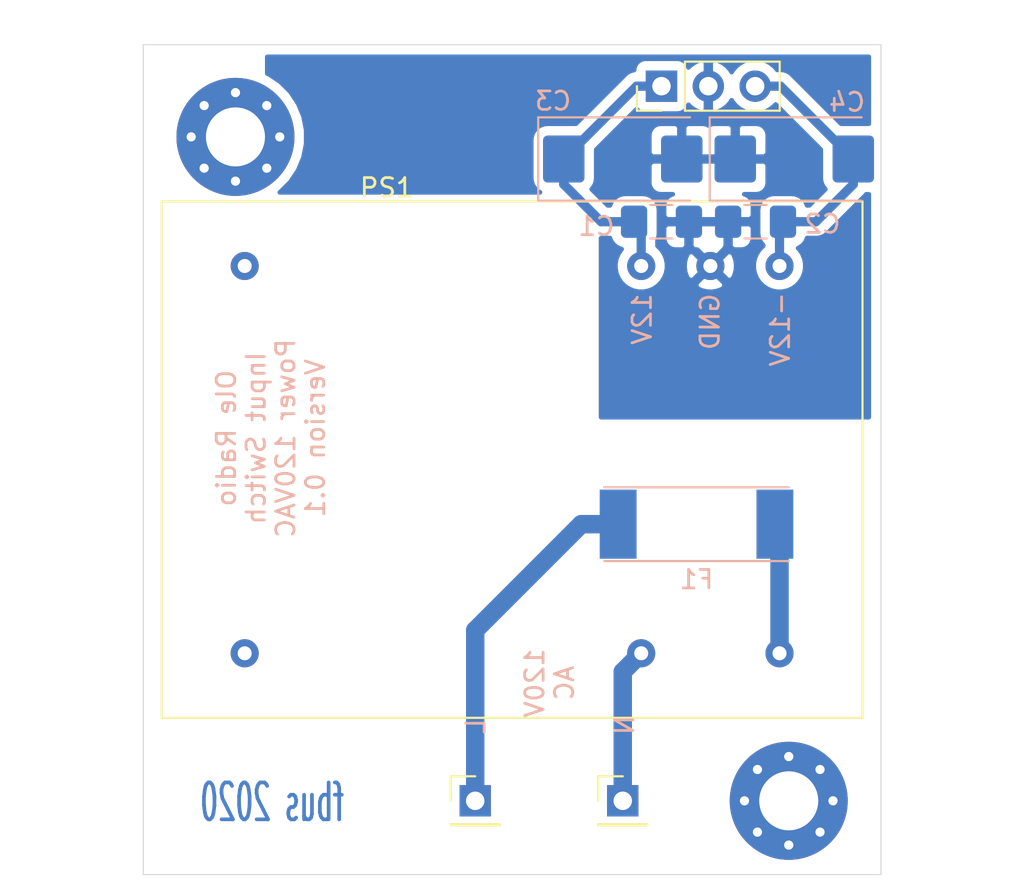
<source format=kicad_pcb>
(kicad_pcb (version 20171130) (host pcbnew "(5.1.4)-1")

  (general
    (thickness 1.6)
    (drawings 12)
    (tracks 23)
    (zones 0)
    (modules 11)
    (nets 7)
  )

  (page USLetter)
  (title_block
    (title "Power Board - 12V Filaments - End Ground")
    (date 2019-10-13)
    (rev 0.2)
    (company Fbus)
  )

  (layers
    (0 F.Cu signal)
    (31 B.Cu signal)
    (32 B.Adhes user)
    (33 F.Adhes user)
    (34 B.Paste user)
    (35 F.Paste user)
    (36 B.SilkS user)
    (37 F.SilkS user)
    (38 B.Mask user)
    (39 F.Mask user)
    (40 Dwgs.User user)
    (41 Cmts.User user)
    (42 Eco1.User user)
    (43 Eco2.User user)
    (44 Edge.Cuts user)
    (45 Margin user)
    (46 B.CrtYd user)
    (47 F.CrtYd user)
    (48 B.Fab user)
    (49 F.Fab user)
  )

  (setup
    (last_trace_width 0.5)
    (user_trace_width 1)
    (trace_clearance 0.2)
    (zone_clearance 0.508)
    (zone_45_only no)
    (trace_min 0.2)
    (via_size 0.8)
    (via_drill 0.4)
    (via_min_size 0.4)
    (via_min_drill 0.3)
    (uvia_size 0.3)
    (uvia_drill 0.1)
    (uvias_allowed no)
    (uvia_min_size 0.2)
    (uvia_min_drill 0.1)
    (edge_width 0.05)
    (segment_width 0.2)
    (pcb_text_width 0.3)
    (pcb_text_size 1.5 1.5)
    (mod_edge_width 0.12)
    (mod_text_size 1 1)
    (mod_text_width 0.15)
    (pad_size 2 3.75)
    (pad_drill 0)
    (pad_to_mask_clearance 0.051)
    (solder_mask_min_width 0.25)
    (aux_axis_origin 0 0)
    (visible_elements 7FFFFFFF)
    (pcbplotparams
      (layerselection 0x010fc_ffffffff)
      (usegerberextensions false)
      (usegerberattributes false)
      (usegerberadvancedattributes false)
      (creategerberjobfile false)
      (excludeedgelayer true)
      (linewidth 0.100000)
      (plotframeref false)
      (viasonmask false)
      (mode 1)
      (useauxorigin false)
      (hpglpennumber 1)
      (hpglpenspeed 20)
      (hpglpendiameter 15.000000)
      (psnegative false)
      (psa4output false)
      (plotreference true)
      (plotvalue true)
      (plotinvisibletext false)
      (padsonsilk false)
      (subtractmaskfromsilk false)
      (outputformat 1)
      (mirror false)
      (drillshape 0)
      (scaleselection 1)
      (outputdirectory "gerbers/"))
  )

  (net 0 "")
  (net 1 GND)
  (net 2 "Net-(C1-Pad1)")
  (net 3 "Net-(C2-Pad2)")
  (net 4 "Net-(J2-Pad1)")
  (net 5 "Net-(F1-Pad1)")
  (net 6 "Net-(F1-Pad2)")

  (net_class Default "This is the default net class."
    (clearance 0.2)
    (trace_width 0.5)
    (via_dia 0.8)
    (via_drill 0.4)
    (uvia_dia 0.3)
    (uvia_drill 0.1)
    (add_net GND)
    (add_net "Net-(C1-Pad1)")
    (add_net "Net-(C2-Pad2)")
  )

  (net_class POWAH ""
    (clearance 3.2)
    (trace_width 1)
    (via_dia 0.8)
    (via_drill 0.4)
    (uvia_dia 0.3)
    (uvia_drill 0.1)
    (add_net "Net-(F1-Pad1)")
    (add_net "Net-(F1-Pad2)")
    (add_net "Net-(J2-Pad1)")
  )

  (module MountingHole:MountingHole_3.2mm_M3_Pad_Via (layer F.Cu) (tedit 56DDBCCA) (tstamp 5F97ACAB)
    (at 100 45)
    (descr "Mounting Hole 3.2mm, M3")
    (tags "mounting hole 3.2mm m3")
    (attr virtual)
    (fp_text reference REF** (at 0 -4.2) (layer F.SilkS) hide
      (effects (font (size 1 1) (thickness 0.15)))
    )
    (fp_text value MountingHole_3.2mm_M3_Pad_Via (at 0 4.2) (layer F.Fab)
      (effects (font (size 1 1) (thickness 0.15)))
    )
    (fp_text user %R (at 0.3 0) (layer F.Fab)
      (effects (font (size 1 1) (thickness 0.15)))
    )
    (fp_circle (center 0 0) (end 3.2 0) (layer Cmts.User) (width 0.15))
    (fp_circle (center 0 0) (end 3.45 0) (layer F.CrtYd) (width 0.05))
    (pad 1 thru_hole circle (at 0 0) (size 6.4 6.4) (drill 3.2) (layers *.Cu *.Mask))
    (pad 1 thru_hole circle (at 2.4 0) (size 0.8 0.8) (drill 0.5) (layers *.Cu *.Mask))
    (pad 1 thru_hole circle (at 1.697056 1.697056) (size 0.8 0.8) (drill 0.5) (layers *.Cu *.Mask))
    (pad 1 thru_hole circle (at 0 2.4) (size 0.8 0.8) (drill 0.5) (layers *.Cu *.Mask))
    (pad 1 thru_hole circle (at -1.697056 1.697056) (size 0.8 0.8) (drill 0.5) (layers *.Cu *.Mask))
    (pad 1 thru_hole circle (at -2.4 0) (size 0.8 0.8) (drill 0.5) (layers *.Cu *.Mask))
    (pad 1 thru_hole circle (at -1.697056 -1.697056) (size 0.8 0.8) (drill 0.5) (layers *.Cu *.Mask))
    (pad 1 thru_hole circle (at 0 -2.4) (size 0.8 0.8) (drill 0.5) (layers *.Cu *.Mask))
    (pad 1 thru_hole circle (at 1.697056 -1.697056) (size 0.8 0.8) (drill 0.5) (layers *.Cu *.Mask))
  )

  (module MountingHole:MountingHole_3.2mm_M3_Pad_Via (layer F.Cu) (tedit 56DDBCCA) (tstamp 5F97B8CC)
    (at 130 81)
    (descr "Mounting Hole 3.2mm, M3")
    (tags "mounting hole 3.2mm m3")
    (attr virtual)
    (fp_text reference REF** (at 0 -4.2) (layer F.SilkS) hide
      (effects (font (size 1 1) (thickness 0.15)))
    )
    (fp_text value MountingHole_3.2mm_M3_Pad_Via (at 0 4.2) (layer F.Fab)
      (effects (font (size 1 1) (thickness 0.15)))
    )
    (fp_circle (center 0 0) (end 3.45 0) (layer F.CrtYd) (width 0.05))
    (fp_circle (center 0 0) (end 3.2 0) (layer Cmts.User) (width 0.15))
    (fp_text user %R (at 0.3 0) (layer F.Fab)
      (effects (font (size 1 1) (thickness 0.15)))
    )
    (pad 1 thru_hole circle (at 1.697056 -1.697056) (size 0.8 0.8) (drill 0.5) (layers *.Cu *.Mask))
    (pad 1 thru_hole circle (at 0 -2.4) (size 0.8 0.8) (drill 0.5) (layers *.Cu *.Mask))
    (pad 1 thru_hole circle (at -1.697056 -1.697056) (size 0.8 0.8) (drill 0.5) (layers *.Cu *.Mask))
    (pad 1 thru_hole circle (at -2.4 0) (size 0.8 0.8) (drill 0.5) (layers *.Cu *.Mask))
    (pad 1 thru_hole circle (at -1.697056 1.697056) (size 0.8 0.8) (drill 0.5) (layers *.Cu *.Mask))
    (pad 1 thru_hole circle (at 0 2.4) (size 0.8 0.8) (drill 0.5) (layers *.Cu *.Mask))
    (pad 1 thru_hole circle (at 1.697056 1.697056) (size 0.8 0.8) (drill 0.5) (layers *.Cu *.Mask))
    (pad 1 thru_hole circle (at 2.4 0) (size 0.8 0.8) (drill 0.5) (layers *.Cu *.Mask))
    (pad 1 thru_hole circle (at 0 0) (size 6.4 6.4) (drill 3.2) (layers *.Cu *.Mask))
  )

  (module Connector_PinHeader_2.54mm:PinHeader_1x01_P2.54mm_Vertical (layer F.Cu) (tedit 59FED5CC) (tstamp 5D94DC93)
    (at 113 81)
    (descr "Through hole straight pin header, 1x01, 2.54mm pitch, single row")
    (tags "Through hole pin header THT 1x01 2.54mm single row")
    (path /5D840D54)
    (fp_text reference J1 (at 0 -2.33) (layer F.SilkS) hide
      (effects (font (size 1 1) (thickness 0.15)))
    )
    (fp_text value Conn_01x01 (at 0 2.33) (layer F.Fab) hide
      (effects (font (size 1 1) (thickness 0.15)))
    )
    (fp_line (start -0.635 -1.27) (end 1.27 -1.27) (layer F.Fab) (width 0.1))
    (fp_line (start 1.27 -1.27) (end 1.27 1.27) (layer F.Fab) (width 0.1))
    (fp_line (start 1.27 1.27) (end -1.27 1.27) (layer F.Fab) (width 0.1))
    (fp_line (start -1.27 1.27) (end -1.27 -0.635) (layer F.Fab) (width 0.1))
    (fp_line (start -1.27 -0.635) (end -0.635 -1.27) (layer F.Fab) (width 0.1))
    (fp_line (start -1.33 1.33) (end 1.33 1.33) (layer F.SilkS) (width 0.12))
    (fp_line (start -1.33 1.27) (end -1.33 1.33) (layer F.SilkS) (width 0.12))
    (fp_line (start 1.33 1.27) (end 1.33 1.33) (layer F.SilkS) (width 0.12))
    (fp_line (start -1.33 1.27) (end 1.33 1.27) (layer F.SilkS) (width 0.12))
    (fp_line (start -1.33 0) (end -1.33 -1.33) (layer F.SilkS) (width 0.12))
    (fp_line (start -1.33 -1.33) (end 0 -1.33) (layer F.SilkS) (width 0.12))
    (fp_line (start -1.8 -1.8) (end -1.8 1.8) (layer F.CrtYd) (width 0.05))
    (fp_line (start -1.8 1.8) (end 1.8 1.8) (layer F.CrtYd) (width 0.05))
    (fp_line (start 1.8 1.8) (end 1.8 -1.8) (layer F.CrtYd) (width 0.05))
    (fp_line (start 1.8 -1.8) (end -1.8 -1.8) (layer F.CrtYd) (width 0.05))
    (fp_text user %R (at 0 0 90) (layer F.Fab) hide
      (effects (font (size 1 1) (thickness 0.15)))
    )
    (pad 1 thru_hole rect (at 0 0) (size 1.7 1.7) (drill 1) (layers *.Cu *.Mask)
      (net 6 "Net-(F1-Pad2)"))
    (model ${KISYS3DMOD}/Connector_PinHeader_2.54mm.3dshapes/PinHeader_1x01_P2.54mm_Vertical.wrl
      (at (xyz 0 0 0))
      (scale (xyz 1 1 1))
      (rotate (xyz 0 0 0))
    )
  )

  (module Connector_PinHeader_2.54mm:PinHeader_1x01_P2.54mm_Vertical (layer F.Cu) (tedit 59FED5CC) (tstamp 5D94C9BA)
    (at 121 81)
    (descr "Through hole straight pin header, 1x01, 2.54mm pitch, single row")
    (tags "Through hole pin header THT 1x01 2.54mm single row")
    (path /5D841490)
    (fp_text reference J2 (at 0 -2.33) (layer F.SilkS) hide
      (effects (font (size 1 1) (thickness 0.15)))
    )
    (fp_text value Conn_01x01 (at 0 2.33) (layer F.Fab) hide
      (effects (font (size 1 1) (thickness 0.15)))
    )
    (fp_text user %R (at 0 0 90) (layer F.Fab) hide
      (effects (font (size 1 1) (thickness 0.15)))
    )
    (fp_line (start 1.8 -1.8) (end -1.8 -1.8) (layer F.CrtYd) (width 0.05))
    (fp_line (start 1.8 1.8) (end 1.8 -1.8) (layer F.CrtYd) (width 0.05))
    (fp_line (start -1.8 1.8) (end 1.8 1.8) (layer F.CrtYd) (width 0.05))
    (fp_line (start -1.8 -1.8) (end -1.8 1.8) (layer F.CrtYd) (width 0.05))
    (fp_line (start -1.33 -1.33) (end 0 -1.33) (layer F.SilkS) (width 0.12))
    (fp_line (start -1.33 0) (end -1.33 -1.33) (layer F.SilkS) (width 0.12))
    (fp_line (start -1.33 1.27) (end 1.33 1.27) (layer F.SilkS) (width 0.12))
    (fp_line (start 1.33 1.27) (end 1.33 1.33) (layer F.SilkS) (width 0.12))
    (fp_line (start -1.33 1.27) (end -1.33 1.33) (layer F.SilkS) (width 0.12))
    (fp_line (start -1.33 1.33) (end 1.33 1.33) (layer F.SilkS) (width 0.12))
    (fp_line (start -1.27 -0.635) (end -0.635 -1.27) (layer F.Fab) (width 0.1))
    (fp_line (start -1.27 1.27) (end -1.27 -0.635) (layer F.Fab) (width 0.1))
    (fp_line (start 1.27 1.27) (end -1.27 1.27) (layer F.Fab) (width 0.1))
    (fp_line (start 1.27 -1.27) (end 1.27 1.27) (layer F.Fab) (width 0.1))
    (fp_line (start -0.635 -1.27) (end 1.27 -1.27) (layer F.Fab) (width 0.1))
    (pad 1 thru_hole rect (at 0 0) (size 1.7 1.7) (drill 1) (layers *.Cu *.Mask)
      (net 4 "Net-(J2-Pad1)"))
    (model ${KISYS3DMOD}/Connector_PinHeader_2.54mm.3dshapes/PinHeader_1x01_P2.54mm_Vertical.wrl
      (at (xyz 0 0 0))
      (scale (xyz 1 1 1))
      (rotate (xyz 0 0 0))
    )
  )

  (module Capacitor_SMD:C_1206_3216Metric_Pad1.42x1.75mm_HandSolder (layer B.Cu) (tedit 5B301BBE) (tstamp 5F979F79)
    (at 123.1 49.6)
    (descr "Capacitor SMD 1206 (3216 Metric), square (rectangular) end terminal, IPC_7351 nominal with elongated pad for handsoldering. (Body size source: http://www.tortai-tech.com/upload/download/2011102023233369053.pdf), generated with kicad-footprint-generator")
    (tags "capacitor handsolder")
    (path /5F979EDF)
    (attr smd)
    (fp_text reference C1 (at -3.5295 0.2475) (layer B.SilkS)
      (effects (font (size 1 1) (thickness 0.15)) (justify mirror))
    )
    (fp_text value "0.1 uF 25 V" (at 0 -1.82) (layer B.Fab)
      (effects (font (size 1 1) (thickness 0.15)) (justify mirror))
    )
    (fp_line (start -1.6 -0.8) (end -1.6 0.8) (layer B.Fab) (width 0.1))
    (fp_line (start -1.6 0.8) (end 1.6 0.8) (layer B.Fab) (width 0.1))
    (fp_line (start 1.6 0.8) (end 1.6 -0.8) (layer B.Fab) (width 0.1))
    (fp_line (start 1.6 -0.8) (end -1.6 -0.8) (layer B.Fab) (width 0.1))
    (fp_line (start -0.602064 0.91) (end 0.602064 0.91) (layer B.SilkS) (width 0.12))
    (fp_line (start -0.602064 -0.91) (end 0.602064 -0.91) (layer B.SilkS) (width 0.12))
    (fp_line (start -2.45 -1.12) (end -2.45 1.12) (layer B.CrtYd) (width 0.05))
    (fp_line (start -2.45 1.12) (end 2.45 1.12) (layer B.CrtYd) (width 0.05))
    (fp_line (start 2.45 1.12) (end 2.45 -1.12) (layer B.CrtYd) (width 0.05))
    (fp_line (start 2.45 -1.12) (end -2.45 -1.12) (layer B.CrtYd) (width 0.05))
    (fp_text user %R (at 0 0) (layer B.Fab)
      (effects (font (size 0.8 0.8) (thickness 0.12)) (justify mirror))
    )
    (pad 1 smd roundrect (at -1.4875 0) (size 1.425 1.75) (layers B.Cu B.Paste B.Mask) (roundrect_rratio 0.175439)
      (net 2 "Net-(C1-Pad1)"))
    (pad 2 smd roundrect (at 1.4875 0) (size 1.425 1.75) (layers B.Cu B.Paste B.Mask) (roundrect_rratio 0.175439)
      (net 1 GND))
    (model ${KISYS3DMOD}/Capacitor_SMD.3dshapes/C_1206_3216Metric.wrl
      (at (xyz 0 0 0))
      (scale (xyz 1 1 1))
      (rotate (xyz 0 0 0))
    )
  )

  (module Capacitor_SMD:C_1206_3216Metric_Pad1.42x1.75mm_HandSolder (layer B.Cu) (tedit 5B301BBE) (tstamp 5F979F8A)
    (at 128.2 49.6)
    (descr "Capacitor SMD 1206 (3216 Metric), square (rectangular) end terminal, IPC_7351 nominal with elongated pad for handsoldering. (Body size source: http://www.tortai-tech.com/upload/download/2011102023233369053.pdf), generated with kicad-footprint-generator")
    (tags "capacitor handsolder")
    (path /5F97BC4F)
    (attr smd)
    (fp_text reference C2 (at 3.626 0.1205) (layer B.SilkS)
      (effects (font (size 1 1) (thickness 0.15)) (justify mirror))
    )
    (fp_text value "0.1 uF 25 V" (at 0 -1.82) (layer B.Fab)
      (effects (font (size 1 1) (thickness 0.15)) (justify mirror))
    )
    (fp_text user %R (at 0 0) (layer B.Fab)
      (effects (font (size 0.8 0.8) (thickness 0.12)) (justify mirror))
    )
    (fp_line (start 2.45 -1.12) (end -2.45 -1.12) (layer B.CrtYd) (width 0.05))
    (fp_line (start 2.45 1.12) (end 2.45 -1.12) (layer B.CrtYd) (width 0.05))
    (fp_line (start -2.45 1.12) (end 2.45 1.12) (layer B.CrtYd) (width 0.05))
    (fp_line (start -2.45 -1.12) (end -2.45 1.12) (layer B.CrtYd) (width 0.05))
    (fp_line (start -0.602064 -0.91) (end 0.602064 -0.91) (layer B.SilkS) (width 0.12))
    (fp_line (start -0.602064 0.91) (end 0.602064 0.91) (layer B.SilkS) (width 0.12))
    (fp_line (start 1.6 -0.8) (end -1.6 -0.8) (layer B.Fab) (width 0.1))
    (fp_line (start 1.6 0.8) (end 1.6 -0.8) (layer B.Fab) (width 0.1))
    (fp_line (start -1.6 0.8) (end 1.6 0.8) (layer B.Fab) (width 0.1))
    (fp_line (start -1.6 -0.8) (end -1.6 0.8) (layer B.Fab) (width 0.1))
    (pad 2 smd roundrect (at 1.4875 0) (size 1.425 1.75) (layers B.Cu B.Paste B.Mask) (roundrect_rratio 0.175439)
      (net 3 "Net-(C2-Pad2)"))
    (pad 1 smd roundrect (at -1.4875 0) (size 1.425 1.75) (layers B.Cu B.Paste B.Mask) (roundrect_rratio 0.175439)
      (net 1 GND))
    (model ${KISYS3DMOD}/Capacitor_SMD.3dshapes/C_1206_3216Metric.wrl
      (at (xyz 0 0 0))
      (scale (xyz 1 1 1))
      (rotate (xyz 0 0 0))
    )
  )

  (module Capacitor_Tantalum_SMD:CP_EIA-7343-31_Kemet-D_Pad2.25x2.55mm_HandSolder (layer B.Cu) (tedit 5B301BBE) (tstamp 5F979F9D)
    (at 121 46.2)
    (descr "Tantalum Capacitor SMD Kemet-D (7343-31 Metric), IPC_7351 nominal, (Body size from: http://www.kemet.com/Lists/ProductCatalog/Attachments/253/KEM_TC101_STD.pdf), generated with kicad-footprint-generator")
    (tags "capacitor tantalum")
    (path /5F97AD9D)
    (attr smd)
    (fp_text reference C3 (at -3.779 -3.147) (layer B.SilkS)
      (effects (font (size 1 1) (thickness 0.15)) (justify mirror))
    )
    (fp_text value "47 uF 25 V" (at 0 -3.1) (layer B.Fab)
      (effects (font (size 1 1) (thickness 0.15)) (justify mirror))
    )
    (fp_line (start 3.65 2.15) (end -2.65 2.15) (layer B.Fab) (width 0.1))
    (fp_line (start -2.65 2.15) (end -3.65 1.15) (layer B.Fab) (width 0.1))
    (fp_line (start -3.65 1.15) (end -3.65 -2.15) (layer B.Fab) (width 0.1))
    (fp_line (start -3.65 -2.15) (end 3.65 -2.15) (layer B.Fab) (width 0.1))
    (fp_line (start 3.65 -2.15) (end 3.65 2.15) (layer B.Fab) (width 0.1))
    (fp_line (start 3.65 2.26) (end -4.585 2.26) (layer B.SilkS) (width 0.12))
    (fp_line (start -4.585 2.26) (end -4.585 -2.26) (layer B.SilkS) (width 0.12))
    (fp_line (start -4.585 -2.26) (end 3.65 -2.26) (layer B.SilkS) (width 0.12))
    (fp_line (start -4.58 -2.4) (end -4.58 2.4) (layer B.CrtYd) (width 0.05))
    (fp_line (start -4.58 2.4) (end 4.58 2.4) (layer B.CrtYd) (width 0.05))
    (fp_line (start 4.58 2.4) (end 4.58 -2.4) (layer B.CrtYd) (width 0.05))
    (fp_line (start 4.58 -2.4) (end -4.58 -2.4) (layer B.CrtYd) (width 0.05))
    (fp_text user %R (at 0 0) (layer B.Fab)
      (effects (font (size 1 1) (thickness 0.15)) (justify mirror))
    )
    (pad 1 smd roundrect (at -3.2 0) (size 2.25 2.55) (layers B.Cu B.Paste B.Mask) (roundrect_rratio 0.111111)
      (net 2 "Net-(C1-Pad1)"))
    (pad 2 smd roundrect (at 3.2 0) (size 2.25 2.55) (layers B.Cu B.Paste B.Mask) (roundrect_rratio 0.111111)
      (net 1 GND))
    (model ${KISYS3DMOD}/Capacitor_Tantalum_SMD.3dshapes/CP_EIA-7343-31_Kemet-D.wrl
      (at (xyz 0 0 0))
      (scale (xyz 1 1 1))
      (rotate (xyz 0 0 0))
    )
  )

  (module Capacitor_Tantalum_SMD:CP_EIA-7343-31_Kemet-D_Pad2.25x2.55mm_HandSolder (layer B.Cu) (tedit 5B301BBE) (tstamp 5F979FB0)
    (at 130.3 46.2)
    (descr "Tantalum Capacitor SMD Kemet-D (7343-31 Metric), IPC_7351 nominal, (Body size from: http://www.kemet.com/Lists/ProductCatalog/Attachments/253/KEM_TC101_STD.pdf), generated with kicad-footprint-generator")
    (tags "capacitor tantalum")
    (path /5F97BC55)
    (attr smd)
    (fp_text reference C4 (at 2.8595 -3.0835) (layer B.SilkS)
      (effects (font (size 1 1) (thickness 0.15)) (justify mirror))
    )
    (fp_text value "47 uF 25 V" (at 0 -3.1) (layer B.Fab)
      (effects (font (size 1 1) (thickness 0.15)) (justify mirror))
    )
    (fp_text user %R (at 0 0) (layer B.Fab)
      (effects (font (size 1 1) (thickness 0.15)) (justify mirror))
    )
    (fp_line (start 4.58 -2.4) (end -4.58 -2.4) (layer B.CrtYd) (width 0.05))
    (fp_line (start 4.58 2.4) (end 4.58 -2.4) (layer B.CrtYd) (width 0.05))
    (fp_line (start -4.58 2.4) (end 4.58 2.4) (layer B.CrtYd) (width 0.05))
    (fp_line (start -4.58 -2.4) (end -4.58 2.4) (layer B.CrtYd) (width 0.05))
    (fp_line (start -4.585 -2.26) (end 3.65 -2.26) (layer B.SilkS) (width 0.12))
    (fp_line (start -4.585 2.26) (end -4.585 -2.26) (layer B.SilkS) (width 0.12))
    (fp_line (start 3.65 2.26) (end -4.585 2.26) (layer B.SilkS) (width 0.12))
    (fp_line (start 3.65 -2.15) (end 3.65 2.15) (layer B.Fab) (width 0.1))
    (fp_line (start -3.65 -2.15) (end 3.65 -2.15) (layer B.Fab) (width 0.1))
    (fp_line (start -3.65 1.15) (end -3.65 -2.15) (layer B.Fab) (width 0.1))
    (fp_line (start -2.65 2.15) (end -3.65 1.15) (layer B.Fab) (width 0.1))
    (fp_line (start 3.65 2.15) (end -2.65 2.15) (layer B.Fab) (width 0.1))
    (pad 2 smd roundrect (at 3.2 0) (size 2.25 2.55) (layers B.Cu B.Paste B.Mask) (roundrect_rratio 0.111111)
      (net 3 "Net-(C2-Pad2)"))
    (pad 1 smd roundrect (at -3.2 0) (size 2.25 2.55) (layers B.Cu B.Paste B.Mask) (roundrect_rratio 0.111111)
      (net 1 GND))
    (model ${KISYS3DMOD}/Capacitor_Tantalum_SMD.3dshapes/CP_EIA-7343-31_Kemet-D.wrl
      (at (xyz 0 0 0))
      (scale (xyz 1 1 1))
      (rotate (xyz 0 0 0))
    )
  )

  (module Connector_PinHeader_2.54mm:PinHeader_1x03_P2.54mm_Vertical (layer F.Cu) (tedit 59FED5CC) (tstamp 5F97A767)
    (at 123.1 42.25 90)
    (descr "Through hole straight pin header, 1x03, 2.54mm pitch, single row")
    (tags "Through hole pin header THT 1x03 2.54mm single row")
    (path /5F979703)
    (fp_text reference J3 (at 0 -2.33 90) (layer F.SilkS) hide
      (effects (font (size 1 1) (thickness 0.15)))
    )
    (fp_text value Conn_01x03 (at 0 7.41 90) (layer F.Fab)
      (effects (font (size 1 1) (thickness 0.15)))
    )
    (fp_line (start -0.635 -1.27) (end 1.27 -1.27) (layer F.Fab) (width 0.1))
    (fp_line (start 1.27 -1.27) (end 1.27 6.35) (layer F.Fab) (width 0.1))
    (fp_line (start 1.27 6.35) (end -1.27 6.35) (layer F.Fab) (width 0.1))
    (fp_line (start -1.27 6.35) (end -1.27 -0.635) (layer F.Fab) (width 0.1))
    (fp_line (start -1.27 -0.635) (end -0.635 -1.27) (layer F.Fab) (width 0.1))
    (fp_line (start -1.33 6.41) (end 1.33 6.41) (layer F.SilkS) (width 0.12))
    (fp_line (start -1.33 1.27) (end -1.33 6.41) (layer F.SilkS) (width 0.12))
    (fp_line (start 1.33 1.27) (end 1.33 6.41) (layer F.SilkS) (width 0.12))
    (fp_line (start -1.33 1.27) (end 1.33 1.27) (layer F.SilkS) (width 0.12))
    (fp_line (start -1.33 0) (end -1.33 -1.33) (layer F.SilkS) (width 0.12))
    (fp_line (start -1.33 -1.33) (end 0 -1.33) (layer F.SilkS) (width 0.12))
    (fp_line (start -1.8 -1.8) (end -1.8 6.85) (layer F.CrtYd) (width 0.05))
    (fp_line (start -1.8 6.85) (end 1.8 6.85) (layer F.CrtYd) (width 0.05))
    (fp_line (start 1.8 6.85) (end 1.8 -1.8) (layer F.CrtYd) (width 0.05))
    (fp_line (start 1.8 -1.8) (end -1.8 -1.8) (layer F.CrtYd) (width 0.05))
    (fp_text user %R (at 0 2.54) (layer F.Fab)
      (effects (font (size 1 1) (thickness 0.15)))
    )
    (pad 1 thru_hole rect (at 0 0 90) (size 1.7 1.7) (drill 1) (layers *.Cu *.Mask)
      (net 2 "Net-(C1-Pad1)"))
    (pad 2 thru_hole oval (at 0 2.54 90) (size 1.7 1.7) (drill 1) (layers *.Cu *.Mask)
      (net 1 GND))
    (pad 3 thru_hole oval (at 0 5.08 90) (size 1.7 1.7) (drill 1) (layers *.Cu *.Mask)
      (net 3 "Net-(C2-Pad2)"))
    (model ${KISYS3DMOD}/Connector_PinHeader_2.54mm.3dshapes/PinHeader_1x03_P2.54mm_Vertical.wrl
      (at (xyz 0 0 0))
      (scale (xyz 1 1 1))
      (rotate (xyz 0 0 0))
    )
  )

  (module recom:RAC04 (layer F.Cu) (tedit 5F9619B1) (tstamp 5F97B3B2)
    (at 115 62.5)
    (path /5F975FA4)
    (fp_text reference PS1 (at -6.796 -14.748) (layer F.SilkS)
      (effects (font (size 1 1) (thickness 0.15)))
    )
    (fp_text value RAC04 (at 0 -0.5) (layer F.Fab)
      (effects (font (size 1 1) (thickness 0.15)))
    )
    (fp_line (start -19 -14) (end 19 -14) (layer F.SilkS) (width 0.12))
    (fp_line (start 19 -14) (end 19 14) (layer F.SilkS) (width 0.12))
    (fp_line (start 19 14) (end -19 14) (layer F.SilkS) (width 0.12))
    (fp_line (start -19 14) (end -19 -14) (layer F.SilkS) (width 0.12))
    (pad 1 thru_hole circle (at -14.5 -10.5) (size 1.524 1.524) (drill 0.762) (layers *.Cu *.Mask))
    (pad 2 thru_hole circle (at 7 -10.5) (size 1.524 1.524) (drill 0.762) (layers *.Cu *.Mask)
      (net 2 "Net-(C1-Pad1)"))
    (pad 3 thru_hole circle (at 10.75 -10.5) (size 1.524 1.524) (drill 0.762) (layers *.Cu *.Mask)
      (net 1 GND))
    (pad 4 thru_hole circle (at 14.5 -10.5) (size 1.524 1.524) (drill 0.762) (layers *.Cu *.Mask)
      (net 3 "Net-(C2-Pad2)"))
    (pad 5 thru_hole circle (at 14.5 10.5) (size 1.524 1.524) (drill 0.762) (layers *.Cu *.Mask)
      (net 5 "Net-(F1-Pad1)"))
    (pad 6 thru_hole circle (at 7 10.5) (size 1.524 1.524) (drill 0.762) (layers *.Cu *.Mask)
      (net 4 "Net-(J2-Pad1)"))
    (pad 7 thru_hole circle (at -14.5 10.5) (size 1.524 1.524) (drill 0.762) (layers *.Cu *.Mask))
  )

  (module schuter:UMT250 (layer B.Cu) (tedit 5F97631E) (tstamp 5F97BAC6)
    (at 125 66 180)
    (path /5F98223C)
    (fp_text reference F1 (at 0 -3) (layer B.SilkS)
      (effects (font (size 1 1) (thickness 0.15)) (justify mirror))
    )
    (fp_text value Fuse (at 0 0.5) (layer B.Fab)
      (effects (font (size 1 1) (thickness 0.15)) (justify mirror))
    )
    (fp_line (start -5 2) (end 5 2) (layer B.SilkS) (width 0.12))
    (fp_line (start -5 -2) (end 5 -2) (layer B.SilkS) (width 0.12))
    (pad 1 smd rect (at -4.25 0 180) (size 2 3.75) (layers B.Cu B.Paste B.Mask)
      (net 5 "Net-(F1-Pad1)"))
    (pad 2 smd rect (at 4.25 0 180) (size 2 3.75) (layers B.Cu B.Paste B.Mask)
      (net 6 "Net-(F1-Pad2)"))
  )

  (gr_text N (at 121.0945 76.8985 90) (layer B.SilkS) (tstamp 5F987527)
    (effects (font (size 1 1) (thickness 0.15)) (justify mirror) hide)
  )
  (gr_text L (at 113.03 76.962 90) (layer B.SilkS) (tstamp 5F987527)
    (effects (font (size 1 1) (thickness 0.15)) (justify mirror) hide)
  )
  (gr_line (start 95 40) (end 95 85) (layer Edge.Cuts) (width 0.05))
  (gr_line (start 135 40) (end 135 85) (layer Edge.Cuts) (width 0.05))
  (gr_text -12V (at 129.54 53.34 90) (layer B.SilkS) (tstamp 5D94EA10)
    (effects (font (size 1 1) (thickness 0.15)) (justify left mirror) hide)
  )
  (gr_text GND (at 125.73 53.4035 90) (layer B.SilkS) (tstamp 5D94EA0E)
    (effects (font (size 1 1) (thickness 0.15)) (justify left mirror) hide)
  )
  (gr_text 12V (at 122.047 53.4035 90) (layer B.SilkS) (tstamp 5D94EA0C)
    (effects (font (size 1 1) (thickness 0.15)) (justify left mirror) hide)
  )
  (gr_text "120V\nAC" (at 117.0305 74.6125 90) (layer B.SilkS) (tstamp 5DA3FBD9)
    (effects (font (size 1 1) (thickness 0.15)) (justify mirror) hide)
  )
  (gr_text "Ole Radio\nInput Switch\nPower 120VAC\nVersion 0.1" (at 101.9175 61.341 90) (layer B.SilkS)
    (effects (font (size 1 1) (thickness 0.15)) (justify mirror) hide)
  )
  (gr_text "fbus 2020" (at 101.981 81.0895) (layer B.Cu) (tstamp 5DA3EFD0)
    (effects (font (size 2 1) (thickness 0.2)) (justify mirror) hide)
  )
  (gr_line (start 95 85) (end 135 85) (layer Edge.Cuts) (width 0.05) (tstamp 5D94E8EB))
  (gr_line (start 95 40) (end 135 40) (layer Edge.Cuts) (width 0.05))

  (segment (start 121.75 42.25) (end 117.8 46.2) (width 0.5) (layer B.Cu) (net 2))
  (segment (start 123.1 42.25) (end 121.75 42.25) (width 0.5) (layer B.Cu) (net 2))
  (segment (start 120.8 49.6) (end 121.6125 49.6) (width 0.5) (layer B.Cu) (net 2))
  (segment (start 119.825 49.6) (end 120.8 49.6) (width 0.5) (layer B.Cu) (net 2))
  (segment (start 117.8 47.575) (end 119.825 49.6) (width 0.5) (layer B.Cu) (net 2))
  (segment (start 117.8 46.2) (end 117.8 47.575) (width 0.5) (layer B.Cu) (net 2))
  (segment (start 122 49.9875) (end 121.6125 49.6) (width 0.5) (layer B.Cu) (net 2))
  (segment (start 122 52) (end 122 49.9875) (width 0.5) (layer B.Cu) (net 2))
  (segment (start 129.5 49.7875) (end 129.6875 49.6) (width 0.5) (layer B.Cu) (net 3))
  (segment (start 129.5 52) (end 129.5 49.7875) (width 0.5) (layer B.Cu) (net 3))
  (segment (start 130.5 49.6) (end 129.6875 49.6) (width 0.5) (layer B.Cu) (net 3))
  (segment (start 131.475 49.6) (end 130.5 49.6) (width 0.5) (layer B.Cu) (net 3))
  (segment (start 133.5 47.575) (end 131.475 49.6) (width 0.5) (layer B.Cu) (net 3))
  (segment (start 133.5 46.2) (end 133.5 47.575) (width 0.5) (layer B.Cu) (net 3))
  (segment (start 129.55 42.25) (end 133.5 46.2) (width 0.5) (layer B.Cu) (net 3))
  (segment (start 128.18 42.25) (end 129.55 42.25) (width 0.5) (layer B.Cu) (net 3))
  (segment (start 121 74) (end 122 73) (width 1) (layer B.Cu) (net 4))
  (segment (start 121 81) (end 121 74) (width 1) (layer B.Cu) (net 4))
  (segment (start 129.5 66.25) (end 129.25 66) (width 1) (layer B.Cu) (net 5))
  (segment (start 129.5 73) (end 129.5 66.25) (width 1) (layer B.Cu) (net 5))
  (segment (start 118.75 66) (end 120.75 66) (width 1) (layer B.Cu) (net 6))
  (segment (start 113 71.75) (end 118.75 66) (width 1) (layer B.Cu) (net 6))
  (segment (start 113 81) (end 113 71.75) (width 1) (layer B.Cu) (net 6))

  (zone (net 0) (net_name "") (layers F&B.Cu) (tstamp 0) (hatch edge 0.508)
    (connect_pads (clearance 0.508))
    (min_thickness 0.254)
    (keepout (tracks not_allowed) (vias not_allowed) (copperpour not_allowed))
    (fill (arc_segments 32) (thermal_gap 0.508) (thermal_bridge_width 0.508))
    (polygon
      (pts
        (xy 108.839 84.8995) (xy 108.839 51.435) (xy 119.634 51.435) (xy 119.634 60.452) (xy 135.0645 60.452)
        (xy 135.0645 76.6445) (xy 125.222 76.6445) (xy 125.222 84.8995) (xy 108.7755 84.8995)
      )
    )
  )
  (zone (net 1) (net_name GND) (layer B.Cu) (tstamp 5F9877A9) (hatch edge 0.508)
    (connect_pads (clearance 0.508))
    (min_thickness 0.254)
    (fill yes (arc_segments 32) (thermal_gap 0.508) (thermal_bridge_width 0.508))
    (polygon
      (pts
        (xy 134.9375 40.0685) (xy 134.9375 60.325) (xy 119.6975 60.325) (xy 119.6975 49.53) (xy 118.364 48.133)
        (xy 101.6 48.133) (xy 101.6 40.1955) (xy 101.6 40.0685)
      )
    )
    (filled_polygon
      (pts
        (xy 134.34 44.286928) (xy 132.838507 44.286928) (xy 130.206534 41.654956) (xy 130.178817 41.621183) (xy 130.044059 41.510589)
        (xy 129.890313 41.428411) (xy 129.72349 41.377805) (xy 129.593477 41.365) (xy 129.593469 41.365) (xy 129.55 41.360719)
        (xy 129.506531 41.365) (xy 129.374759 41.365) (xy 129.235134 41.194866) (xy 129.009014 41.009294) (xy 128.751034 40.871401)
        (xy 128.471111 40.786487) (xy 128.25295 40.765) (xy 128.10705 40.765) (xy 127.888889 40.786487) (xy 127.608966 40.871401)
        (xy 127.350986 41.009294) (xy 127.124866 41.194866) (xy 126.939294 41.420986) (xy 126.904799 41.485523) (xy 126.835178 41.368645)
        (xy 126.640269 41.152412) (xy 126.40692 40.978359) (xy 126.144099 40.853175) (xy 125.99689 40.808524) (xy 125.767 40.929845)
        (xy 125.767 42.123) (xy 125.787 42.123) (xy 125.787 42.377) (xy 125.767 42.377) (xy 125.767 43.570155)
        (xy 125.99689 43.691476) (xy 126.144099 43.646825) (xy 126.40692 43.521641) (xy 126.640269 43.347588) (xy 126.835178 43.131355)
        (xy 126.904799 43.014477) (xy 126.939294 43.079014) (xy 127.124866 43.305134) (xy 127.350986 43.490706) (xy 127.608966 43.628599)
        (xy 127.888889 43.713513) (xy 128.10705 43.735) (xy 128.25295 43.735) (xy 128.471111 43.713513) (xy 128.751034 43.628599)
        (xy 129.009014 43.490706) (xy 129.235134 43.305134) (xy 129.288513 43.240091) (xy 131.736928 45.688507) (xy 131.736928 47.225001)
        (xy 131.753992 47.398255) (xy 131.804528 47.564851) (xy 131.886595 47.718387) (xy 131.985058 47.838364) (xy 131.108422 48.715)
        (xy 130.994694 48.715) (xy 130.970472 48.63515) (xy 130.888405 48.481614) (xy 130.777962 48.347038) (xy 130.643386 48.236595)
        (xy 130.48985 48.154528) (xy 130.323254 48.103992) (xy 130.15 48.086928) (xy 129.225 48.086928) (xy 129.051746 48.103992)
        (xy 128.88515 48.154528) (xy 128.731614 48.236595) (xy 128.597038 48.347038) (xy 128.486595 48.481614) (xy 128.404528 48.63515)
        (xy 128.353992 48.801746) (xy 128.336928 48.975) (xy 128.336928 50.225) (xy 128.353992 50.398254) (xy 128.404528 50.56485)
        (xy 128.486595 50.718386) (xy 128.597038 50.852962) (xy 128.615001 50.867703) (xy 128.615 50.911181) (xy 128.609465 50.91488)
        (xy 128.41488 51.109465) (xy 128.261995 51.338273) (xy 128.156686 51.59251) (xy 128.103 51.862408) (xy 128.103 52.137592)
        (xy 128.156686 52.40749) (xy 128.261995 52.661727) (xy 128.41488 52.890535) (xy 128.609465 53.08512) (xy 128.838273 53.238005)
        (xy 129.09251 53.343314) (xy 129.362408 53.397) (xy 129.637592 53.397) (xy 129.90749 53.343314) (xy 130.161727 53.238005)
        (xy 130.390535 53.08512) (xy 130.58512 52.890535) (xy 130.738005 52.661727) (xy 130.843314 52.40749) (xy 130.897 52.137592)
        (xy 130.897 51.862408) (xy 130.843314 51.59251) (xy 130.738005 51.338273) (xy 130.58512 51.109465) (xy 130.510232 51.034577)
        (xy 130.643386 50.963405) (xy 130.777962 50.852962) (xy 130.888405 50.718386) (xy 130.970472 50.56485) (xy 130.994694 50.485)
        (xy 131.431531 50.485) (xy 131.475 50.489281) (xy 131.518469 50.485) (xy 131.518477 50.485) (xy 131.64849 50.472195)
        (xy 131.815313 50.421589) (xy 131.969059 50.339411) (xy 132.103817 50.228817) (xy 132.131534 50.195044) (xy 134.095049 48.23153)
        (xy 134.128817 48.203817) (xy 134.156533 48.170046) (xy 134.20329 48.113072) (xy 134.34 48.113072) (xy 134.34 60.198)
        (xy 119.8245 60.198) (xy 119.8245 50.489232) (xy 119.824999 50.489281) (xy 119.868465 50.485) (xy 120.305306 50.485)
        (xy 120.329528 50.56485) (xy 120.411595 50.718386) (xy 120.522038 50.852962) (xy 120.656614 50.963405) (xy 120.81015 51.045472)
        (xy 120.939604 51.084741) (xy 120.91488 51.109465) (xy 120.761995 51.338273) (xy 120.656686 51.59251) (xy 120.603 51.862408)
        (xy 120.603 52.137592) (xy 120.656686 52.40749) (xy 120.761995 52.661727) (xy 120.91488 52.890535) (xy 121.109465 53.08512)
        (xy 121.338273 53.238005) (xy 121.59251 53.343314) (xy 121.862408 53.397) (xy 122.137592 53.397) (xy 122.40749 53.343314)
        (xy 122.661727 53.238005) (xy 122.890535 53.08512) (xy 123.01009 52.965565) (xy 124.96404 52.965565) (xy 125.03102 53.205656)
        (xy 125.280048 53.322756) (xy 125.547135 53.389023) (xy 125.822017 53.40191) (xy 126.094133 53.360922) (xy 126.353023 53.267636)
        (xy 126.46898 53.205656) (xy 126.53596 52.965565) (xy 125.75 52.179605) (xy 124.96404 52.965565) (xy 123.01009 52.965565)
        (xy 123.08512 52.890535) (xy 123.238005 52.661727) (xy 123.343314 52.40749) (xy 123.397 52.137592) (xy 123.397 52.072017)
        (xy 124.34809 52.072017) (xy 124.389078 52.344133) (xy 124.482364 52.603023) (xy 124.544344 52.71898) (xy 124.784435 52.78596)
        (xy 125.570395 52) (xy 125.929605 52) (xy 126.715565 52.78596) (xy 126.955656 52.71898) (xy 127.072756 52.469952)
        (xy 127.139023 52.202865) (xy 127.15191 51.927983) (xy 127.110922 51.655867) (xy 127.017636 51.396977) (xy 126.955656 51.28102)
        (xy 126.715565 51.21404) (xy 125.929605 52) (xy 125.570395 52) (xy 124.784435 51.21404) (xy 124.544344 51.28102)
        (xy 124.427244 51.530048) (xy 124.360977 51.797135) (xy 124.34809 52.072017) (xy 123.397 52.072017) (xy 123.397 51.862408)
        (xy 123.343314 51.59251) (xy 123.238005 51.338273) (xy 123.08512 51.109465) (xy 122.890535 50.91488) (xy 122.885 50.911182)
        (xy 122.885 50.584442) (xy 122.895472 50.56485) (xy 122.922727 50.475) (xy 123.236928 50.475) (xy 123.249188 50.599482)
        (xy 123.285498 50.71918) (xy 123.344463 50.829494) (xy 123.423815 50.926185) (xy 123.520506 51.005537) (xy 123.63082 51.064502)
        (xy 123.750518 51.100812) (xy 123.875 51.113072) (xy 124.30175 51.11) (xy 124.4605 50.95125) (xy 124.4605 49.727)
        (xy 124.7145 49.727) (xy 124.7145 50.95125) (xy 124.87325 51.11) (xy 125.040811 51.111206) (xy 125.75 51.820395)
        (xy 126.53596 51.034435) (xy 126.528621 51.008129) (xy 126.5855 50.95125) (xy 126.5855 49.727) (xy 126.8395 49.727)
        (xy 126.8395 50.95125) (xy 126.99825 51.11) (xy 127.425 51.113072) (xy 127.549482 51.100812) (xy 127.66918 51.064502)
        (xy 127.779494 51.005537) (xy 127.876185 50.926185) (xy 127.955537 50.829494) (xy 128.014502 50.71918) (xy 128.050812 50.599482)
        (xy 128.063072 50.475) (xy 128.06 49.88575) (xy 127.90125 49.727) (xy 126.8395 49.727) (xy 126.5855 49.727)
        (xy 124.7145 49.727) (xy 124.4605 49.727) (xy 123.39875 49.727) (xy 123.24 49.88575) (xy 123.236928 50.475)
        (xy 122.922727 50.475) (xy 122.946008 50.398254) (xy 122.963072 50.225) (xy 122.963072 48.975) (xy 122.946008 48.801746)
        (xy 122.895472 48.63515) (xy 122.813405 48.481614) (xy 122.702962 48.347038) (xy 122.568386 48.236595) (xy 122.41485 48.154528)
        (xy 122.248254 48.103992) (xy 122.075 48.086928) (xy 121.15 48.086928) (xy 120.976746 48.103992) (xy 120.81015 48.154528)
        (xy 120.656614 48.236595) (xy 120.522038 48.347038) (xy 120.411595 48.481614) (xy 120.329528 48.63515) (xy 120.305306 48.715)
        (xy 120.191579 48.715) (xy 119.314942 47.838364) (xy 119.413405 47.718387) (xy 119.495472 47.564851) (xy 119.522727 47.475)
        (xy 122.436928 47.475) (xy 122.449188 47.599482) (xy 122.485498 47.71918) (xy 122.544463 47.829494) (xy 122.623815 47.926185)
        (xy 122.720506 48.005537) (xy 122.83082 48.064502) (xy 122.950518 48.100812) (xy 123.075 48.113072) (xy 123.71244 48.110739)
        (xy 123.63082 48.135498) (xy 123.520506 48.194463) (xy 123.423815 48.273815) (xy 123.344463 48.370506) (xy 123.285498 48.48082)
        (xy 123.249188 48.600518) (xy 123.236928 48.725) (xy 123.24 49.31425) (xy 123.39875 49.473) (xy 124.4605 49.473)
        (xy 124.4605 49.453) (xy 124.7145 49.453) (xy 124.7145 49.473) (xy 126.5855 49.473) (xy 126.5855 49.453)
        (xy 126.8395 49.453) (xy 126.8395 49.473) (xy 127.90125 49.473) (xy 128.06 49.31425) (xy 128.063072 48.725)
        (xy 128.050812 48.600518) (xy 128.014502 48.48082) (xy 127.955537 48.370506) (xy 127.876185 48.273815) (xy 127.779494 48.194463)
        (xy 127.66918 48.135498) (xy 127.58756 48.110739) (xy 128.225 48.113072) (xy 128.349482 48.100812) (xy 128.46918 48.064502)
        (xy 128.579494 48.005537) (xy 128.676185 47.926185) (xy 128.755537 47.829494) (xy 128.814502 47.71918) (xy 128.850812 47.599482)
        (xy 128.863072 47.475) (xy 128.86 46.48575) (xy 128.70125 46.327) (xy 127.227 46.327) (xy 127.227 46.347)
        (xy 126.973 46.347) (xy 126.973 46.327) (xy 124.327 46.327) (xy 124.327 46.347) (xy 124.073 46.347)
        (xy 124.073 46.327) (xy 122.59875 46.327) (xy 122.44 46.48575) (xy 122.436928 47.475) (xy 119.522727 47.475)
        (xy 119.546008 47.398255) (xy 119.563072 47.225001) (xy 119.563072 45.688506) (xy 120.326578 44.925) (xy 122.436928 44.925)
        (xy 122.44 45.91425) (xy 122.59875 46.073) (xy 124.073 46.073) (xy 124.073 44.44875) (xy 124.327 44.44875)
        (xy 124.327 46.073) (xy 126.973 46.073) (xy 126.973 44.44875) (xy 127.227 44.44875) (xy 127.227 46.073)
        (xy 128.70125 46.073) (xy 128.86 45.91425) (xy 128.863072 44.925) (xy 128.850812 44.800518) (xy 128.814502 44.68082)
        (xy 128.755537 44.570506) (xy 128.676185 44.473815) (xy 128.579494 44.394463) (xy 128.46918 44.335498) (xy 128.349482 44.299188)
        (xy 128.225 44.286928) (xy 127.38575 44.29) (xy 127.227 44.44875) (xy 126.973 44.44875) (xy 126.81425 44.29)
        (xy 125.975 44.286928) (xy 125.850518 44.299188) (xy 125.73082 44.335498) (xy 125.65 44.378698) (xy 125.56918 44.335498)
        (xy 125.449482 44.299188) (xy 125.325 44.286928) (xy 124.48575 44.29) (xy 124.327 44.44875) (xy 124.073 44.44875)
        (xy 123.91425 44.29) (xy 123.075 44.286928) (xy 122.950518 44.299188) (xy 122.83082 44.335498) (xy 122.720506 44.394463)
        (xy 122.623815 44.473815) (xy 122.544463 44.570506) (xy 122.485498 44.68082) (xy 122.449188 44.800518) (xy 122.436928 44.925)
        (xy 120.326578 44.925) (xy 121.754451 43.497128) (xy 121.798815 43.551185) (xy 121.895506 43.630537) (xy 122.00582 43.689502)
        (xy 122.125518 43.725812) (xy 122.25 43.738072) (xy 123.95 43.738072) (xy 124.074482 43.725812) (xy 124.19418 43.689502)
        (xy 124.304494 43.630537) (xy 124.401185 43.551185) (xy 124.480537 43.454494) (xy 124.539502 43.34418) (xy 124.563966 43.263534)
        (xy 124.639731 43.347588) (xy 124.87308 43.521641) (xy 125.135901 43.646825) (xy 125.28311 43.691476) (xy 125.513 43.570155)
        (xy 125.513 42.377) (xy 125.493 42.377) (xy 125.493 42.123) (xy 125.513 42.123) (xy 125.513 40.929845)
        (xy 125.28311 40.808524) (xy 125.135901 40.853175) (xy 124.87308 40.978359) (xy 124.639731 41.152412) (xy 124.563966 41.236466)
        (xy 124.539502 41.15582) (xy 124.480537 41.045506) (xy 124.401185 40.948815) (xy 124.304494 40.869463) (xy 124.19418 40.810498)
        (xy 124.074482 40.774188) (xy 123.95 40.761928) (xy 122.25 40.761928) (xy 122.125518 40.774188) (xy 122.00582 40.810498)
        (xy 121.895506 40.869463) (xy 121.798815 40.948815) (xy 121.719463 41.045506) (xy 121.660498 41.15582) (xy 121.624188 41.275518)
        (xy 121.614482 41.374065) (xy 121.57651 41.377805) (xy 121.409686 41.428411) (xy 121.255941 41.510589) (xy 121.154953 41.593468)
        (xy 121.154951 41.59347) (xy 121.121183 41.621183) (xy 121.09347 41.654951) (xy 118.461494 44.286928) (xy 116.924999 44.286928)
        (xy 116.751745 44.303992) (xy 116.585149 44.354528) (xy 116.431613 44.436595) (xy 116.297038 44.547038) (xy 116.186595 44.681613)
        (xy 116.104528 44.835149) (xy 116.053992 45.001745) (xy 116.036928 45.174999) (xy 116.036928 47.225001) (xy 116.053992 47.398255)
        (xy 116.104528 47.564851) (xy 116.186595 47.718387) (xy 116.297038 47.852962) (xy 116.431613 47.963405) (xy 116.511302 48.006)
        (xy 102.404021 48.006) (xy 102.44467 47.978839) (xy 102.978839 47.44467) (xy 103.398533 46.816554) (xy 103.687623 46.118628)
        (xy 103.835 45.377715) (xy 103.835 44.622285) (xy 103.687623 43.881372) (xy 103.398533 43.183446) (xy 102.978839 42.55533)
        (xy 102.44467 42.021161) (xy 101.816554 41.601467) (xy 101.727 41.564373) (xy 101.727 40.66) (xy 134.34 40.66)
      )
    )
  )
)

</source>
